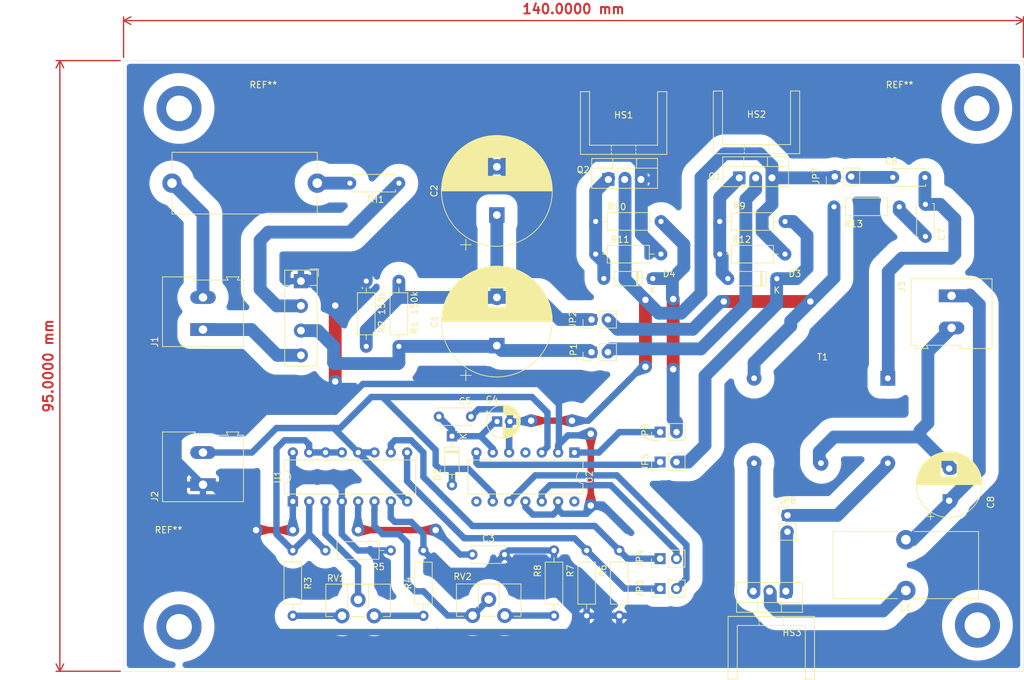
<source format=kicad_pcb>
(kicad_pcb (version 20240108) (generator "pcbnew") (generator_version "8.0")
  (layers (0 "F.Cu" signal) (31 "B.Cu" signal) (34 "B.Paste" user) (35 "F.Paste" user) (36 "B.SilkS" user "B.Silkscreen") (37 "F.SilkS" user "F.Silkscreen") (38 "B.Mask" user) (39 "F.Mask" user) (44 "Edge.Cuts" user))
  (net 0 "")
  (net 1 "Net-(D1-+)")
  (net 2 "Net-(U1-CT)")
  (net 3 "Net-(D2-K)")
  (net 4 "Net-(T1-AA)")
  (net 5 "Net-(JP7-B)")
  (net 6 "Net-(C7-Pad2)")
  (net 7 "Net-(J3-Pin_1)")
  (net 8 "2")
  (net 9 "GND_AC")
  (net 10 "Net-(D1-Pad2)")
  (net 11 "+12V")
  (net 12 "Net-(D3-A)")
  (net 13 "Net-(D4-A)")
  (net 14 "Net-(D5-A2)")
  (net 15 "Net-(D5-A1)")
  (net 16 "Net-(D5-K)")
  (net 17 "Net-(F1-Pad1)")
  (net 18 "VAC")
  (net 19 "Net-(JP1-B)")
  (net 20 "Net-(JP3-A)")
  (net 21 "Net-(JP4-A)")
  (net 22 "Net-(JP5-A)")
  (net 23 "Net-(JP6-A)")
  (net 24 "Net-(JP8-A)")
  (net 25 "Net-(R3-Pad2)")
  (net 26 "Net-(R4-Pad1)")
  (net 27 "Net-(R8-Pad1)")
  (net 28 "Net-(U1-FB)")
  (net 29 "Net-(U1-RT)")
  (net 33 "GND")
  (net 34 "Vs")
  (net 35 "HO")
  (net 36 "LO")
  (net 37 "PWM1")
  (net 38 "PWM2")
  (net 39 "Vref")
  (net 40 "Net-(JP2-A)")
  (net 41 "/Punto_medio")
  (footprint "Heatsink:Heatsink_Stonecold_HS-S02_13.21x9.53mm" (layer "F.Cu") (at 151.203 55.367 180)
    (property "Reference" "HS1")
    (property "Value" "Heatsink")
  )
  (footprint "Resistor_THT:R_Axial_DIN0207_L6.3mm_D2.5mm_P10.16mm_Horizontal" (layer "F.Cu") (at 157.01 65.918 180)
    (property "Reference" "R10")
    (property "Value" "100")
  )
  (footprint "Resistor_THT:R_Axial_DIN0207_L6.3mm_D2.5mm_P10.16mm_Horizontal" (layer "F.Cu") (at 176.314 71.006 180)
    (property "Reference" "R12")
    (property "Value" "1k")
  )
  (footprint "Capacitor_THT:C_Disc_D5.0mm_W2.5mm_P5.00mm" (layer "F.Cu") (at 198.158 63.259 -90)
    (property "Reference" "C7")
    (property "Value" "2.2nF")
  )
  (footprint "Package_TO_SOT_THT:TO-220-3_Vertical" (layer "F.Cu") (at 169.202 59.132)
    (property "Reference" "Q1")
    (property "Value" "IRF840")
  )
  (footprint "Resistor_THT:R_Axial_DIN0207_L6.3mm_D2.5mm_P10.16mm_Horizontal" (layer "F.Cu") (at 146.85 70.998)
    (property "Reference" "R11")
    (property "Value" "1k")
  )
  (footprint "Fiducial:Fiducial_1.5mm_Mask3mm" (layer "F.Cu") (at 194.153 47.142)
    (property "Reference" "REF**")
    (property "Value" "Fiducial_1.5mm")
  )
  (footprint "Inductor_THT:L_Toroid_Vertical_L22.4mm_W10.2mm_P7.90mm_Vishay_TJ4" (layer "F.Cu") (at 195.11 123.33 180)
    (property "Reference" "L1")
    (property "Value" "53uH")
  )
  (footprint "Package_TO_SOT_THT:TO-220-3_Vertical" (layer "F.Cu") (at 148.823 59.392)
    (property "Reference" "Q2")
    (property "Value" "IRF840")
  )
  (footprint "Package_DIP:DIP-16_W7.62mm" (layer "F.Cu") (at 99.748 109.477 90)
    (property "Reference" "U1")
    (property "Value" "TL494")
  )
  (footprint "TerminalBlock:TerminalBlock_Altech_AK300-2_P5.00mm" (layer "F.Cu") (at 85.763 106.867 90)
    (property "Reference" "J2")
    (property "Value" "Terminal_12v")
  )
  (footprint "Fiducial:Fiducial_1.5mm_Mask3mm" (layer "F.Cu") (at 95.153 47.142)
    (property "Reference" "REF**")
    (property "Value" "Fiducial_1.5mm")
  )
  (footprint "Diode_THT:D_DO-35_SOD27_P7.62mm_Horizontal" (layer "F.Cu") (at 124.498 99.327 -90)
    (property "Reference" "D2")
    (property "Value" "BA243")
  )
  (footprint "Capacitor_THT:C_Disc_D5.0mm_W2.5mm_P5.00mm" (layer "F.Cu") (at 127.673 117.742)
    (property "Reference" "C3")
    (property "Value" "3.9nF")
  )
  (footprint "Fuse:Fuseholder_Cylinder-5x20mm_Stelvio-Kontek_PTF78_Horizontal_Open" (layer "F.Cu") (at 103.543 59.957 180)
    (property "Reference" "F1" (hide yes))
    (property "Value" "Fuse")
  )
  (footprint "Heatsink:Heatsink_Stonecold_HS-S02_13.21x9.53mm" (layer "F.Cu") (at 171.878 55.267 180)
    (property "Reference" "HS2")
    (property "Value" "Heatsink")
  )
  (footprint "TerminalBlock:TerminalBlock_Altech_AK300-2_P5.00mm" (layer "F.Cu") (at 85.763 82.737 90)
    (property "Reference" "J1")
    (property "Value" "Terminal_220v")
  )
  (footprint "Capacitor_THT:CP_Radial_D17.0mm_P7.50mm" (layer "F.Cu") (at 131.483 64.917 90)
    (property "Reference" "C2")
    (property "Value" "470uF")
  )
  (footprint "Connector_PinHeader_2.54mm:PinHeader_1x02_P2.54mm_Vertical" (layer "F.Cu") (at 156.883 98.692 90)
    (property "Reference" "JP6")
    (property "Value" "Jumper")
  )
  (footprint "Connector_PinHeader_2.54mm:PinHeader_1x02_P2.54mm_Vertical" (layer "F.Cu") (at 156.883 118.377 90)
    (property "Reference" "JP4")
    (property "Value" "Jumper")
  )
  (footprint "Connector_PinHeader_2.54mm:PinHeader_1x02_P2.54mm_Vertical" (layer "F.Cu") (at 146.215 86.254 90)
    (property "Reference" "JP1")
    (property "Value" "Jumper")
  )
  (footprint "Capacitor_THT:CP_Radial_D10.0mm_P5.00mm" (layer "F.Cu") (at 201.841 109.36 90)
    (property "Reference" "C8")
    (property "Value" "100uF")
  )
  (footprint "Connector_PinHeader_2.54mm:PinHeader_1x02_P2.54mm_Vertical" (layer "F.Cu") (at 146.215 81.174 90)
    (property "Reference" "JP2")
    (property "Value" "Jumper")
  )
  (footprint "TransformerLib:Ferrite_Core_Trans" (layer "F.Cu") (at 181.702 96.714 180)
    (property "Reference" "T1")
    (property "Value" "Transformer_1P_SS")
  )
  (footprint "TerminalBlock:TerminalBlock_Altech_AK300-2_P5.00mm" (layer "F.Cu") (at 202.222 77.483 -90)
    (property "Reference" "J3")
    (property "Value" "Vout")
  )
  (footprint "Fiducial:Fiducial_1.5mm_Mask3mm" (layer "F.Cu") (at 80.403 116.392)
    (property "Reference" "REF**")
    (property "Value" "Fiducial_1.5mm")
  )
  (footprint "Package_TO_SOT_THT:TO-220-3_Vertical" (layer "F.Cu") (at 176.443 123.447 180)
    (property "Reference" "D5" (hide yes))
    (property "Value" "C4D40120D")
  )
  (footprint "Resistor_THT:R_Axial_DIN0207_L6.3mm_D2.5mm_P10.16mm_Horizontal" (layer "F.Cu") (at 99.733 117.107 -90)
    (property "Reference" "R3")
    (property "Value" "2.2k")
  )
  (footprint "Resistor_THT:R_Axial_DIN0207_L6.3mm_D2.5mm_P10.16mm_Horizontal" (layer "F.Cu") (at 104.813 117.107)
    (property "Reference" "R5")
    (property "Value" "10k")
  )
  (footprint "Capacitor_THT:C_Disc_D5.0mm_W2.5mm_P5.00mm" (layer "F.Cu") (at 198.078 59.068 180)
    (property "Reference" "C6")
    (property "Value" "330nF")
  )
  (footprint "Resistor_THT:R_Axial_DIN0207_L6.3mm_D2.5mm_P10.16mm_Horizontal" (layer "F.Cu") (at 111.163 85.357 90)
    (property "Reference" "R2" (hide yes))
    (property "Value" "150K" (hide yes))
  )
  (footprint "Capacitor_THT:C_Disc_D5.0mm_W2.5mm_P5.00mm" (layer "F.Cu") (at 122.466 96.279)
    (property "Reference" "C5")
    (property "Value" "100nF")
  )
  (footprint "Potentiometer_THT:Potentiometer_ACP_CA9-H2,5_Horizontal" (layer "F.Cu") (at 107.393 127.267 90)
    (property "Reference" "RV1")
    (property "Value" "5k")
  )
  (footprint "Potentiometer_THT:Potentiometer_ACP_CA9-H2,5_Horizontal" (layer "F.Cu") (at 127.713 127.227 90)
    (property "Reference" "RV2")
    (property "Value" "1k")
  )
  (footprint "Connector_PinHeader_2.54mm:PinHeader_1x02_P2.54mm_Vertical" (layer "F.Cu") (at 176.695 111.646)
    (property "Reference" "JP8")
    (property "Value" "Jumper")
  )
  (footprint "Resistor_THT:R_Axial_DIN0207_L6.3mm_D2.5mm_P10.16mm_Horizontal" (layer "F.Cu") (at 120.053 127.267 90)
    (property "Reference" "R4")
    (property "Value" "1.8k")
  )
  (footprint "Diode_THT:D_DO-35_SOD27_P7.62mm_Horizontal" (layer "F.Cu") (at 175.044 74.816 180)
    (property "Reference" "D3")
    (property "Value" "1N4148")
  )
  (footprint "Resistor_THT:R_Axial_DIN0207_L6.3mm_D2.5mm_P10.16mm_Horizontal" (layer "F.Cu") (at 194.094 63.64 180)
    (property "Reference" "R13")
    (property "Value" "150")
  )
  (footprint "Connector_PinHeader_2.54mm:PinHeader_1x02_P2.54mm_Vertical" (layer "F.Cu") (at 156.883 123.027 90)
    (property "Reference" "JP3")
    (property "Value" "Jumper")
  )
  (footprint "Resistor_THT:R_Axial_DIN0207_L6.3mm_D2.5mm_P10.16mm_Horizontal" (layer "F.Cu") (at 140.373 127.267 90)
    (property "Reference" "R8")
    (property "Value" "1.5k")
  )
  (footprint "Resistor_THT:R_Axial_DIN0207_L6.3mm_D2.5mm_P10.16mm_Horizontal" (layer "F.Cu") (at 145.453 117.107 -90)
    (property "Reference" "R7")
    (property "Value" "1k")
  )
  (footprint "Package_DIP:DIP-14_W7.62mm" (layer "F.Cu") (at 143.548 101.867 -90)
    (property "Reference" "U2")
    (property "Value" "IR2110")
  )
  (footprint "Connector_PinHeader_2.54mm:PinHeader_1x02_P2.54mm_Vertical" (layer "F.Cu") (at 184.061 58.941 90)
    (property "Reference" "JP7")
    (property "Value" "Jumper")
  )
  (footprint "Heatsink:Heatsink_Stonecold_HS-S02_13.21x9.53mm" (layer "F.Cu") (at 174.178 127.467)
    (property "Reference" "HS3")
    (property "Value" "Heatsink")
  )
  (footprint "Resistor_THT:R_Axial_DIN0207_L6.3mm_D2.5mm_P10.16mm_Horizontal" (layer "F.Cu") (at 116.243 85.357 90)
    (property "Reference" "R1" (hide yes))
    (property "Value" "150K" (hide yes))
  )
  (footprint "Resistor_THT:R_Axial_DIN0207_L6.3mm_D2.5mm_P7.62mm_Horizontal" (layer "F.Cu") (at 116.243 59.957 180)
    (property "Reference" "TH1")
    (property "Value" "Thermistor_NTC")
  )
  (footprint "Resistor_THT:R_Axial_DIN0207_L6.3mm_D2.5mm_P10.16mm_Horizontal" (layer "F.Cu") (at 176.314 65.926 180)
    (property "Reference" "R9")
    (property "Value" "100")
  )
  (footprint "Diode_THT:D_DO-35_SOD27_P7.62mm_Horizontal" (layer "F.Cu") (at 155.74 74.808 180)
    (property "Reference" "D4")
    (property "Value" "1N4148")
  )
  (footprint "Resistor_THT:R_Axial_DIN0207_L6.3mm_D2.5mm_P10.16mm_Horizontal" (layer "F.Cu") (at 150.533 117.107 -90)
    (property "Reference" "R6")
    (property "Value" "1k")
  )
  (footprint "Capacitor_THT:CP_Radial_D17.0mm_P7.50mm" (layer "F.Cu") (at 131.483 85.237 90)
    (property "Reference" "C1")
    (property "Value" "470uF")
  )
  (footprint "Connector_PinHeader_2.54mm:PinHeader_1x02_P2.54mm_Vertical" (layer "F.Cu") (at 156.883 103.342 90)
    (property "Reference" "JP5")
    (property "Value" "Jumper")
  )
  (footprint "Diode_THT:Diode_Bridge_Vishay_KBPM" (layer "F.Cu") (at 101.003 75.197 -90)
    (property "Reference" "D1" (hide yes))
    (property "Value" "B80C2300-1500B" (hide yes))
  )
  (footprint "Capacitor_THT:CP_Radial_D5.0mm_P2.00mm" (layer "F.Cu") (at 131.515 97.041)
    (property "Reference" "C4")
    (property "Value" "22uF")
  )
  (gr_rect (start 73.403 40.892) (end 213.403 135.892) (stroke (width 0.05)) (fill none) (layer "Edge.Cuts"))
  (gr_text "R2\n" (at 113.576 82.309 90) (layer "F.SilkS") (effects (font (size 1 1))))
  (gr_text "150k\n" (at 118.656 78.626 90) (layer "F.SilkS") (effects (font (size 1 1))))
  (gr_text "150k\n" (at 113.576 78.626 90) (layer "F.SilkS") (effects (font (size 1 1))))
  (gr_text "R1\n" (at 118.656 82.436 90) (layer "F.SilkS") (effects (font (size 1 1))))
  (dimension (type aligned) (layer "F.Cu") (pts (xy 73.403 40.892) (xy 73.403 135.892)) (height 9.905999) (gr_text "95,0000 mm" (at 61.697001 88.392 90) (layer "F.Cu") (effects (font (size 1.5 1.5) (thickness 0.3)))) (format (prefix "") (suffix "") (units 3) (units_format 1) (precision 4)) (style (thickness 0.2) (arrow_length 1.27) (text_position_mode 0) (extension_height 0.58642) (extension_offset 0.5) keep_text_aligned))
  (dimension (type aligned) (layer "F.Cu") (pts (xy 73.403 40.892) (xy 213.403 40.892)) (height -6.223) (gr_text "140,0000 mm" (at 143.403 32.869 0) (layer "F.Cu") (effects (font (size 1.5 1.5) (thickness 0.3)))) (format (prefix "") (suffix "") (units 3) (units_format 1) (precision 4)) (style (thickness 0.2) (arrow_length 1.27) (text_position_mode 0) (extension_height 0.58642) (extension_offset 0.5) keep_text_aligned))
  (via (at 82.039 48.337) (size 7) (drill 4) (layers "F.Cu" "B.Cu") (net 0))
  (via (at 206.149 48.337) (size 7) (drill 4) (layers "F.Cu" "B.Cu") (net 0))
  (via (at 82.039 128.982) (size 7) (drill 4) (layers "F.Cu" "B.Cu") (net 0))
  (via (at 206.245 128.728) (size 7) (drill 4) (layers "F.Cu" "B.Cu") (net 0))
  (segment (start 145.953 85.992) (end 146.215 86.254) (width 2) (layer "B.Cu") (net 1))
  (segment (start 106.083 85.357) (end 106.083 87.897) (width 2) (layer "B.Cu") (net 1))
  (segment (start 106.21 88.024) (end 116.116 88.024) (width 2) (layer "B.Cu") (net 1))
  (segment (start 106.083 87.897) (end 106.21 88.024) (width 2) (layer "B.Cu") (net 1))
  (segment (start 101.003 82.897) (end 103.623 82.897) (width 2) (layer "B.Cu") (net 1))
  (segment (start 116.116 88.024) (end 116.243 87.897) (width 2) (layer "B.Cu") (net 1))
  (segment (start 116.243 87.897) (end 116.243 85.357) (width 2) (layer "B.Cu") (net 1))
  (segment (start 116.243 85.357) (end 131.363 85.357) (width 2) (layer "B.Cu") (net 1))
  (segment (start 132.238 85.992) (end 145.953 85.992) (width 2) (layer "B.Cu") (net 1))
  (segment (start 131.363 85.357) (end 131.483 85.237) (width 2) (layer "B.Cu") (net 1))
  (segment (start 131.483 85.237) (end 132.238 85.992) (width 2) (layer "B.Cu") (net 1))
  (segment (start 103.623 82.897) (end 106.083 85.357) (width 2) (layer "B.Cu") (net 1))
  (segment (start 109.893 113.932) (end 121.958 113.932) (width 1) (layer "F.Cu") (net 2))
  (via (at 109.893 113.932) (size 2) (drill 1) (layers "F.Cu" "B.Cu") (net 2))
  (via (at 121.958 113.932) (size 2) (drill 1) (layers "F.Cu" "B.Cu") (net 2))
  (segment (start 109.893 110.757) (end 109.893 113.932) (width 1) (layer "B.Cu") (net 2))
  (segment (start 125.768 117.742) (end 127.673 117.742) (width 1) (layer "B.Cu") (net 2))
  (segment (start 109.908 110.742) (end 109.893 110.757) (width 1) (layer "B.Cu") (net 2))
  (segment (start 109.908 109.477) (end 109.908 110.742) (width 1) (layer "B.Cu") (net 2))
  (segment (start 121.958 113.932) (end 125.768 117.742) (width 1) (layer "B.Cu") (net 2))
  (segment (start 124.498 99.327) (end 124.498 98.311) (width 1) (layer "B.Cu") (net 3))
  (segment (start 131.229 97.041) (end 128.943 99.327) (width 1) (layer "B.Cu") (net 3))
  (segment (start 124.498 98.311) (end 122.466 96.279) (width 1) (layer "B.Cu") (net 3))
  (segment (start 131.515 97.041) (end 131.229 97.041) (width 1) (layer "B.Cu") (net 3))
  (segment (start 128.943 99.327) (end 130.848 101.232) (width 1) (layer "B.Cu") (net 3))
  (segment (start 124.498 99.327) (end 128.943 99.327) (width 1) (layer "B.Cu") (net 3))
  (segment (start 130.848 101.232) (end 130.848 101.867) (width 1) (layer "B.Cu") (net 3))
  (segment (start 194.475 71.641) (end 192.375 73.741) (width 2) (layer "B.Cu") (net 4))
  (segment (start 202.73 65.545) (end 202.73 71.006) (width 2) (layer "B.Cu") (net 4))
  (segment (start 198.158 63.259) (end 200.444 63.259) (width 2) (layer "B.Cu") (net 4))
  (segment (start 202.095 71.641) (end 194.475 71.641) (width 2) (layer "B.Cu") (net 4))
  (segment (start 198.078 63.179) (end 198.158 63.259) (width 2) (layer "B.Cu") (net 4))
  (segment (start 198.078 59.068) (end 198.078 63.179) (width 2) (layer "B.Cu") (net 4))
  (segment (start 202.73 71.006) (end 202.095 71.641) (width 2) (layer "B.Cu") (net 4))
  (segment (start 192.375 73.741) (end 192.375 90.514) (width 2) (layer "B.Cu") (net 4))
  (segment (start 200.444 63.259) (end 202.73 65.545) (width 2) (layer "B.Cu") (net 4))
  (segment (start 186.728 59.068) (end 186.601 58.941) (width 1) (layer "B.Cu") (net 5))
  (segment (start 193.078 59.068) (end 186.728 59.068) (width 2) (layer "B.Cu") (net 5))
  (segment (start 194.094 64.195) (end 198.158 68.259) (width 2) (layer "B.Cu") (net 6))
  (segment (start 194.094 63.64) (end 194.094 64.195) (width 2) (layer "B.Cu") (net 6))
  (segment (start 196.152 115.43) (end 202.222 109.36) (width 2) (layer "B.Cu") (net 7))
  (segment (start 204.889 77.483) (end 202.222 77.483) (width 2) (layer "B.Cu") (net 7))
  (segment (start 206.54 78.88) (end 205.016 77.356) (width 2) (layer "B.Cu") (net 7))
  (segment (start 205.016 77.356) (end 204.889 77.483) (width 2) (layer "B.Cu") (net 7))
  (segment (start 195.11 115.43) (end 196.152 115.43) (width 2) (layer "B.Cu") (net 7))
  (segment (start 201.841 109.36) (end 206.54 104.661) (width 2) (layer "B.Cu") (net 7))
  (segment (start 206.54 104.661) (end 206.54 78.88) (width 2) (layer "B.Cu") (net 7))
  (segment (start 181.648 103.387) (end 181.975 103.714) (width 2) (layer "B.Cu") (net 8))
  (segment (start 181.648 101.74) (end 181.648 103.387) (width 2) (layer "B.Cu") (net 8))
  (segment (start 197.316 98.485) (end 198.539 97.262) (width 2) (layer "B.Cu") (net 8))
  (segment (start 183.934 99.454) (end 181.648 101.74) (width 2) (layer "B.Cu") (net 8))
  (segment (start 198.539 97.262) (end 198.539 86.166) (width 2) (layer "B.Cu") (net 8))
  (segment (start 197.316 99.454) (end 197.316 98.485) (width 2) (layer "B.Cu") (net 8))
  (segment (start 202.222 104.36) (end 197.316 99.454) (width 2) (layer "B.Cu") (net 8))
  (segment (start 198.539 86.166) (end 202.222 82.483) (width 2) (layer "B.Cu") (net 8))
  (segment (start 197.316 99.454) (end 183.934 99.454) (width 2) (layer "B.Cu") (net 8))
  (segment (start 101.003 86.747) (end 97.313 86.747) (width 2) (layer "B.Cu") (net 9))
  (segment (start 93.303 82.737) (end 85.763 82.737) (width 2) (layer "B.Cu") (net 9))
  (segment (start 97.313 86.747) (end 93.303 82.737) (width 2) (layer "B.Cu") (net 9))
  (segment (start 95.923 67.577) (end 94.653 68.847) (width 2) (layer "B.Cu") (net 10))
  (segment (start 108.623 67.577) (end 95.923 67.577) (width 2) (layer "B.Cu") (net 10))
  (segment (start 94.653 68.847) (end 94.653 76.467) (width 2) (layer "B.Cu") (net 10))
  (segment (start 116.243 59.957) (end 108.623 67.577) (width 2) (layer "B.Cu") (net 10))
  (segment (start 97.233 79.047) (end 101.003 79.047) (width 2) (layer "B.Cu") (net 10))
  (segment (start 94.653 76.467) (end 97.233 79.047) (width 2) (layer "B.Cu") (net 10))
  (segment (start 122.593 104.407) (end 121.958 103.772) (width 1) (layer "B.Cu") (net 11))
  (segment (start 139.357 95.644) (end 136.944 93.231) (width 1) (layer "B.Cu") (net 11))
  (segment (start 117.513 109.487) (end 106.083 98.057) (width 1) (layer "B.Cu") (net 11))
  (segment (start 127.038 104.407) (end 130.848 108.217) (width 1) (layer "B.Cu") (net 11))
  (segment (start 97.193 98.057) (end 93.383 101.867) (width 1) (layer "B.Cu") (net 11))
  (segment (start 130.848 108.217) (end 130.848 109.487) (width 1) (layer "B.Cu") (net 11))
  (segment (start 107.099 98.057) (end 105.448 98.057) (width 1) (layer "B.Cu") (net 11))
  (segment (start 124.498 104.407) (end 122.593 104.407) (width 1) (layer "B.Cu") (net 11))
  (segment (start 105.448 98.057) (end 97.193 98.057) (width 1) (layer "B.Cu") (net 11))
  (segment (start 139.357 100.978) (end 139.357 95.644) (width 1) (layer "B.Cu") (net 11))
  (segment (start 121.958 101.486) (end 113.703 93.231) (width 1) (layer "B.Cu") (net 11))
  (segment (start 93.383 101.867) (end 85.763 101.867) (width 1) (layer "B.Cu") (net 11))
  (segment (start 111.925 93.231) (end 107.099 98.057) (width 1) (layer "B.Cu") (net 11))
  (segment (start 112.448 101.857) (end 109.908 101.857) (width 1) (layer "B.Cu") (net 11))
  (segment (start 124.498 104.407) (end 127.038 104.407) (width 1) (layer "B.Cu") (net 11))
  (segment (start 136.944 93.231) (end 111.925 93.231) (width 1) (layer "B.Cu") (net 11))
  (segment (start 121.958 103.772) (end 121.958 101.486) (width 1) (layer "B.Cu") (net 11))
  (segment (start 106.083 98.057) (end 105.448 98.057) (width 1) (layer "B.Cu") (net 11))
  (segment (start 124.498 106.947) (end 124.498 104.407) (width 1) (layer "B.Cu") (net 11))
  (segment (start 138.468 101.867) (end 139.357 100.978) (width 1) (layer "B.Cu") (net 11))
  (segment (start 166.154 65.926) (end 166.154 71.006) (width 2) (layer "B.Cu") (net 12))
  (segment (start 166.154 62.18) (end 169.202 59.132) (width 2) (layer "B.Cu") (net 12))
  (segment (start 166.535 73.927) (end 166.535 71.387) (width 2) (layer "B.Cu") (net 12))
  (segment (start 167.424 74.816) (end 166.535 73.927) (width 2) (layer "B.Cu") (net 12))
  (segment (start 166.535 71.387) (end 166.154 71.006) (width 2) (layer "B.Cu") (net 12))
  (segment (start 166.154 66.823) (end 166.154 62.18) (width 2) (layer "B.Cu") (net 12))
  (segment (start 146.85 61.227) (end 148.882 59.195) (width 2) (layer "B.Cu") (net 13))
  (segment (start 148.12 74.808) (end 148.12 72.268) (width 2) (layer "B.Cu") (net 13))
  (segment (start 148.12 72.268) (end 146.85 70.998) (width 2) (layer "B.Cu") (net 13))
  (segment (start 146.85 66.815) (end 146.85 61.227) (width 2) (layer "B.Cu") (net 13))
  (segment (start 146.85 65.918) (end 146.85 70.998) (width 2) (layer "B.Cu") (net 13))
  (segment (start 171.488 103.801) (end 171.575 103.714) (width 2) (layer "B.Cu") (net 14))
  (segment (start 171.488 123.655) (end 171.488 103.801) (width 2) (layer "B.Cu") (net 14))
  (segment (start 176.568 123.655) (end 176.568 114.313) (width 2) (layer "B.Cu") (net 15))
  (segment (start 176.568 114.313) (end 176.695 114.186) (width 2) (layer "B.Cu") (net 15))
  (segment (start 175.0655 126.505) (end 191.554 126.505) (width 2) (layer "B.Cu") (net 16))
  (segment (start 174.028 123.655) (end 174.028 125.4675) (width 2) (layer "B.Cu") (net 16))
  (segment (start 174.028 125.4675) (end 175.0655 126.505) (width 2) (layer "B.Cu") (net 16))
  (segment (start 194.729 123.33) (end 195.11 123.33) (width 2) (layer "B.Cu") (net 16))
  (segment (start 191.554 126.505) (end 194.729 123.33) (width 2) (layer "B.Cu") (net 16))
  (segment (start 103.543 59.957) (end 108.623 59.957) (width 2) (layer "B.Cu") (net 17))
  (segment (start 85.763 77.737) (end 85.763 64.777) (width 2) (layer "B.Cu") (net 18))
  (segment (start 85.763 64.777) (end 80.943 59.957) (width 2) (layer "B.Cu") (net 18))
  (segment (start 171.742 60.9445) (end 171.742 59.132) (width 2) (layer "B.Cu") (net 19))
  (segment (start 148.755 86.254) (end 149.271 85.738) (width 2) (layer "B.Cu") (net 19))
  (segment (start 163.233 85.738) (end 170.218 78.753) (width 2) (layer "B.Cu") (net 19))
  (segment (start 170.218 62.4685) (end 171.742 60.9445) (width 2) (layer "B.Cu") (net 19))
  (segment (start 149.271 85.738) (end 163.233 85.738) (width 2) (layer "B.Cu") (net 19))
  (segment (start 170.218 78.753) (end 170.218 62.4685) (width 2) (layer "B.Cu") (net 19))
  (segment (start 117.513 101.872) (end 117.528 101.857) (width 1) (layer "B.Cu") (net 20))
  (segment (start 156.883 123.027) (end 151.373 123.027) (width 1) (layer "B.Cu") (net 20))
  (segment (start 145.453 117.107) (end 143.548 115.202) (width 1) (layer "B.Cu") (net 20))
  (segment (start 117.513 106.312) (end 117.513 101.872) (width 1) (layer "B.Cu") (net 20))
  (segment (start 143.548 115.202) (end 126.403 115.202) (width 1) (layer "B.Cu") (net 20))
  (segment (start 151.373 123.027) (end 145.453 117.107) (width 1) (layer "B.Cu") (net 20))
  (segment (start 126.403 115.202) (end 117.513 106.312) (width 1) (layer "B.Cu") (net 20))
  (segment (start 118.148 99.962) (end 115.608 99.962) (width 1) (layer "B.Cu") (net 21))
  (segment (start 120.053 101.867) (end 118.148 99.962) (width 1) (layer "B.Cu") (net 21))
  (segment (start 151.803 118.377) (end 150.533 117.107) (width 1) (layer "B.Cu") (net 21))
  (segment (start 115.608 99.962) (end 114.988 100.582) (width 1) (layer "B.Cu") (net 21))
  (segment (start 127.673 113.297) (end 120.053 105.677) (width 1) (layer "B.Cu") (net 21))
  (segment (start 120.053 105.677) (end 120.053 101.867) (width 1) (layer "B.Cu") (net 21))
  (segment (start 146.723 113.297) (end 127.673 113.297) (width 1) (layer "B.Cu") (net 21))
  (segment (start 150.533 117.107) (end 146.723 113.297) (width 1) (layer "B.Cu") (net 21))
  (segment (start 156.883 118.377) (end 151.803 118.377) (width 1) (layer "B.Cu") (net 21))
  (segment (start 114.988 100.582) (end 114.988 101.857) (width 1) (layer "B.Cu") (net 21))
  (segment (start 128.308 103.518) (end 128.562 103.772) (width 1) (layer "B.Cu") (net 22))
  (segment (start 128.562 103.772) (end 156.453 103.772) (width 1) (layer "B.Cu") (net 22))
  (segment (start 128.308 101.867) (end 128.308 103.518) (width 1) (layer "B.Cu") (net 22))
  (segment (start 156.453 103.772) (end 156.883 103.342) (width 1) (layer "B.Cu") (net 22))
  (segment (start 143.548 101.867) (end 147.358 101.867) (width 1) (layer "B.Cu") (net 23))
  (segment (start 156.883 98.692) (end 150.533 98.692) (width 1) (layer "B.Cu") (net 23))
  (segment (start 147.358 101.867) (end 150.533 98.692) (width 1) (layer "B.Cu") (net 23))
  (segment (start 176.695 111.646) (end 184.443 111.646) (width 2) (layer "B.Cu") (net 24))
  (segment (start 184.443 111.646) (end 192.375 103.714) (width 2) (layer "B.Cu") (net 24))
  (segment (start 99.733 127.267) (end 107.393 127.267) (width 1) (layer "B.Cu") (net 25))
  (segment (start 112.393 127.267) (end 120.053 127.267) (width 1) (layer "B.Cu") (net 26))
  (segment (start 132.713 127.227) (end 140.333 127.227) (width 1) (layer "B.Cu") (net 27))
  (segment (start 140.333 127.227) (end 140.373 127.267) (width 1) (layer "B.Cu") (net 27))
  (segment (start 104.828 110.742) (end 104.813 110.757) (width 1) (layer "B.Cu") (net 28))
  (segment (start 109.893 119.647) (end 109.893 124.767) (width 1) (layer "B.Cu") (net 28))
  (segment (start 104.828 109.477) (end 104.828 110.742) (width 1) (layer "B.Cu") (net 28))
  (segment (start 104.813 110.757) (end 104.813 114.567) (width 1) (layer "B.Cu") (net 28))
  (segment (start 104.813 114.567) (end 109.893 119.647) (width 1) (layer "B.Cu") (net 28))
  (segment (start 130.213 124.727) (end 127.713 127.227) (width 1) (layer "B.Cu") (net 29))
  (segment (start 112.433 113.297) (end 113.703 114.567) (width 1) (layer "B.Cu") (net 29))
  (segment (start 117.513 115.837) (end 117.513 122.187) (width 1) (layer "B.Cu") (net 29))
  (segment (start 123.823 127.227) (end 127.713 127.227) (width 1) (layer "B.Cu") (net 29))
  (segment (start 112.448 109.477) (end 112.448 110.742) (width 1) (layer "B.Cu") (net 29))
  (segment (start 120.053 123.457) (end 123.823 127.227) (width 1) (layer "B.Cu") (net 29))
  (segment (start 112.433 110.757) (end 112.433 113.297) (width 1) (layer "B.Cu") (net 29))
  (segment (start 118.783 123.457) (end 120.053 123.457) (width 1) (layer "B.Cu") (net 29))
  (segment (start 116.243 114.567) (end 117.513 115.837) (width 1) (layer "B.Cu") (net 29))
  (segment (start 117.513 122.187) (end 118.783 123.457) (width 1) (layer "B.Cu") (net 29))
  (segment (start 113.703 114.567) (end 116.243 114.567) (width 1) (layer "B.Cu") (net 29))
  (segment (start 112.448 110.742) (end 112.433 110.757) (width 1) (layer "B.Cu") (net 29))
  (segment (start 146.088 110.122) (end 146.088 98.946) (width 1) (layer "F.Cu") (net 33))
  (segment (start 99.733 113.932) (end 94.018 113.932) (width 1) (layer "F.Cu") (net 33))
  (segment (start 106.337 79.007) (end 106.337 90.818) (width 2) (layer "F.Cu") (net 33))
  (via (at 106.337 79.007) (size 2) (drill 1) (layers "F.Cu" "B.Cu") (net 33))
  (via (at 146.088 110.122) (size 2) (drill 1) (layers "F.Cu" "B.Cu") (net 33))
  (via (at 146.088 98.946) (size 2) (drill 1) (layers "F.Cu" "B.Cu") (net 33))
  (via (at 94.018 113.932) (size 2) (drill 1) (layers "F.Cu" "B.Cu") (net 33))
  (via (at 106.337 90.818) (size 2) (drill 1) (layers "F.Cu" "B.Cu") (net 33))
  (via (at 99.733 113.932) (size 2) (drill 1) (layers "F.Cu" "B.Cu") (net 33))
  (segment (start 145.834 99.2) (end 142.54363 99.2) (width 1) (layer "B.Cu") (net 33))
  (segment (start 141.008 100.73563) (end 141.008 101.867) (width 1) (layer "B.Cu") (net 33))
  (segment (start 114.973 109.487) (end 114.973 110.122) (width 1) (layer "B.Cu") (net 33))
  (segment (start 142.913 129.807) (end 145.453 127.267) (width 1) (layer "B.Cu") (net 33))
  (segment (start 81.953 98.057) (end 83.5405 96.4695) (width 1) (layer "B.Cu") (net 33))
  (segment (start 141.008 110.757) (end 141.643 111.392) (width 1) (layer "B.Cu") (net 33))
  (segment (start 94.018 113.932) (end 86.953 106.867) (width 1) (layer "B.Cu") (net 33))
  (segment (start 94.018 127.267) (end 96.558 129.807) (width 1) (layer "B.Cu") (net 33))
  (segment (start 106.337 75.197) (end 106.337 79.007) (width 2) (layer "B.Cu") (net 33))
  (segment (start 107.368 109.477) (end 107.368 110.107) (width 1) (layer "B.Cu") (net 33))
  (segment (start 99.733 103.137) (end 99.733 106.312) (width 1) (layer "B.Cu") (net 33))
  (segment (start 141.643 111.392) (end 145.453 111.392) (width 1) (layer "B.Cu") (net 33))
  (segment (start 106.337 75.197) (end 111.163 75.197) (width 2) (layer "B.Cu") (net 33))
  (segment (start 107.353 110.757) (end 107.353 107.582) (width 1) (layer "B.Cu") (net 33))
  (segment (start 114.973 117.107) (end 109.893 117.107) (width 1) (layer "B.Cu") (net 33))
  (segment (start 126.403 57.417) (end 131.483 57.417) (width 2) (layer "B.Cu") (net 33))
  (segment (start 111.163 75.197) (end 111.163 72.657) (width 2) (layer "B.Cu") (net 33))
  (segment (start 141.135 94.374) (end 141.135 101.74) (width 1) (layer "B.Cu") (net 33))
  (segment (start 107.368 110.107) (end 107.353 110.122) (width 1) (layer "B.Cu") (net 33))
  (segment (start 138.468 55.639) (end 152.692 55.639) (width 2) (layer "B.Cu") (net 33))
  (segment (start 123.228 120.282) (end 130.133 120.282) (width 1) (layer "B.Cu") (net 33))
  (segment (start 99.733 110.757) (end 99.733 113.932) (width 1) (layer "B.Cu") (net 33))
  (segment (start 107.353 110.122) (end 107.353 109.487) (width 1) (layer "B.Cu") (net 33))
  (segment (start 106.337 95.517) (end 106.337 90.818) (width 1) (layer "B.Cu") (net 33))
  (segment (start 131.483 57.417) (end 136.69 57.417) (width 2) (layer "B.Cu") (net 33))
  (segment (start 83.5405 96.4695) (end 84.493 95.517) (width 1) (layer "B.Cu") (net 33))
  (segment (start 140.373 123.457) (end 144.183 127.267) (width 1) (layer "B.Cu") (net 33))
  (segment (start 152.692 55.639) (end 153.962 56.909) (width 2) (layer "B.Cu") (net 33))
  (segment (start 146.088 98.946) (end 145.834 99.2) (width 1) (layer "B.Cu") (net 33))
  (segment (start 141.008 109.487) (end 141.008 110.757) (width 1) (layer "B.Cu") (net 33))
  (segment (start 99.748 109.477) (end 99.748 110.742) (width 1) (layer "B.Cu") (net 33))
  (segment (start 84.493 95.517) (end 106.337 95.517) (width 1) (layer "B.Cu") (net 33))
  (segment (start 111.163 72.657) (end 126.403 57.417) (width 2) (layer "B.Cu") (net 33))
  (segment (start 106.337 95.517) (end 110.655 91.199) (width 1) (layer "B.Cu") (net 33))
  (segment (start 114.988 110.107) (end 114.973 110.122) (width 1) (layer "B.Cu") (net 33))
  (segment (start 146.088 110.757) (end 146.088 110.122) (width 1) (layer "B.Cu") (net 33))
  (segment (start 120.053 117.107) (end 123.228 120.282) (width 1) (layer "B.Cu") (net 33))
  (segment (start 140.373 117.107) (end 140.373 123.457) (width 1) (layer "B.Cu") (net 33))
  (segment (start 150.533 127.267) (end 145.453 127.267) (width 1) (layer "B.Cu") (net 33))
  (segment (start 118.148 112.662) (end 120.053 114.567) (width 1) (layer "B.Cu") (net 33))
  (segment (start 137.071 111.519) (end 135.928 110.376) (width 1) (layer "B.Cu") (net 33))
  (segment (start 106.083 106.312) (end 99.733 106.312) (width 1) (layer "B.Cu") (net 33))
  (segment (start 114.973 112.027) (end 115.608 112.662) (width 1) (layer "B.Cu") (net 33))
  (segment (start 99.748 103.122) (end 99.733 103.137) (width 1) (layer "B.Cu") (net 33))
  (segment (start 114.973 110.122) (end 114.973 112.027) (width 1) (layer "B.Cu") (net 33))
  (segment (start 115.608 112.662) (end 118.148 112.662) (width 1) (layer "B.Cu") (net 33))
  (segment (start 153.962 67.95) (end 153.962 59.195) (width 2) (layer "B.Cu") (net 33))
  (segment (start 107.353 107.582) (end 106.083 106.312) (width 1) (layer "B.Cu") (net 33))
  (segment (start 99.733 110.757) (end 99.733 106.312) (width 1) (layer "B.Cu") (net 33))
  (segment (start 157.01 70.998) (end 153.962 67.95) (width 2) (layer "B.Cu") (net 33))
  (segment (start 83.5405 96.4695) (end 83.858 96.152) (width 1) (layer "B.Cu") (net 33))
  (segment (start 86.953 106.867) (end 85.763 106.867) (width 1) (layer "B.Cu") (net 33))
  (segment (start 96.558 129.807) (end 142.913 129.807) (width 1) (layer "B.Cu") (net 33))
  (segment (start 141.008 110.757) (end 140.246 111.519) (width 1) (layer "B.Cu") (net 33))
  (segment (start 153.962 56.909) (end 153.962 59.195) (width 2) (layer "B.Cu") (net 33))
  (segment (start 94.018 113.932) (end 94.018 127.267) (width 1) (layer "B.Cu") (net 33))
  (segment (start 101.003 75.197) (end 106.337 75.197) (width 2) (layer "B.Cu") (net 33))
  (segment (start 99.748 101.857) (end 99.748 103.122) (width 1) (layer "B.Cu") (net 33))
  (segment (start 142.54363 99.2) (end 141.008 100.73563) (width 1) (layer "B.Cu") (net 33))
  (segment (start 136.69 57.417) (end 138.468 55.639) (width 2) (layer "B.Cu") (net 33))
  (segment (start 107.353 114.567) (end 107.353 110.757) (width 1) (layer "B.Cu") (net 33))
  (segment (start 141.135 101.74) (end 141.008 101.867) (width 1) (layer "B.Cu") (net 33))
  (segment (start 144.183 127.267) (end 145.453 127.267) (width 1) (layer "B.Cu") (net 33))
  (segment (start 114.988 109.477) (end 114.988 110.107) (width 1) (layer "B.Cu") (net 33))
  (segment (start 140.246 111.519) (end 137.071 111.519) (width 1) (layer "B.Cu") (net 33))
  (segment (start 133.308 117.107) (end 132.673 117.742) (width 1) (layer "B.Cu") (net 33))
  (segment (start 120.053 114.567) (end 120.053 117.107) (width 1) (layer "B.Cu") (net 33))
  (segment (start 145.453 111.392) (end 146.088 110.757) (width 1) (layer "B.Cu") (net 33))
  (segment (start 107.353 110.757) (end 107.353 110.122) (width 1) (layer "B.Cu") (net 33))
  (segment (start 130.133 120.282) (end 132.673 117.742) (width 1) (layer "B.Cu") (net 33))
  (segment (start 109.893 117.107) (end 107.353 114.567) (width 1) (layer "B.Cu") (net 33))
  (segment (start 85.763 106.867) (end 81.953 103.057) (width 1) (layer "B.Cu") (net 33))
  (segment (start 110.655 91.199) (end 137.96 91.199) (width 1) (layer "B.Cu") (net 33))
  (segment (start 135.928 110.376) (end 135.928 109.487) (width 1) (layer "B.Cu") (net 33))
  (segment (start 99.748 110.742) (end 99.733 110.757) (width 1) (layer "B.Cu") (net 33))
  (segment (start 140.373 117.107) (end 133.308 117.107) (width 1) (layer "B.Cu") (net 33))
  (segment (start 137.96 91.199) (end 141.135 94.374) (width 1) (layer "B.Cu") (net 33))
  (segment (start 81.953 103.057) (end 81.953 98.057) (width 1) (layer "B.Cu") (net 33))
  (segment (start 154.597 78.118) (end 154.597 88.532) (width 2) (layer "F.Cu") (net 34))
  (segment (start 136.817 96.914) (end 143.167 96.914) (width 1) (layer "F.Cu") (net 34))
  (via (at 154.597 88.532) (size 2) (drill 1) (layers "F.Cu" "B.Cu") (net 34))
  (via (at 154.597 78.118) (size 2) (drill 1) (layers "F.Cu" "B.Cu") (net 34))
  (via (at 136.817 96.914) (size 2) (drill 1) (layers "F.Cu" "B.Cu") (net 34))
  (via (at 143.167 96.914) (size 2) (drill 1) (layers "F.Cu" "B.Cu") (net 34))
  (segment (start 133.388 97.168) (end 133.515 97.041) (width 1) (layer "B.Cu") (net 34))
  (segment (start 163.233 77.102) (end 163.233 59.068) (width 2) (layer "B.Cu") (net 34))
  (segment (start 174.282 63.259) (end 172.758 64.783) (width 2) (layer "B.Cu") (net 34))
  (segment (start 156.67 80.191) (end 160.144 80.191) (width 2) (layer "B.Cu") (net 34))
  (segment (start 174.282 59.132) (end 174.282 63.259) (width 2) (layer "B.Cu") (net 34))
  (segment (start 151.422 74.943) (end 151.422 59.195) (width 2) (layer "B.Cu") (net 34))
  (segment (start 133.134 95.136) (end 133.515 95.517) (width 1) (layer "B.Cu") (net 34))
  (segment (start 133.515 97.041) (end 136.69 97.041) (width 1) (layer "B.Cu") (net 34))
  (segment (start 154.089 88.532) (end 145.707 96.914) (width 1) (layer "B.Cu") (net 34))
  (segment (start 133.515 95.517) (end 133.515 97.041) (width 1) (layer "B.Cu") (net 34))
  (segment (start 174.282 57.29) (end 174.282 59.132) (width 2) (layer "B.Cu") (net 34))
  (segment (start 172.758 64.783) (end 172.758 67.45) (width 2) (layer "B.Cu") (net 34))
  (segment (start 183.87 59.132) (end 184.061 58.941) (width 2) (layer "B.Cu") (net 34))
  (segment (start 133.388 101.867) (end 133.388 97.168) (width 1) (layer "B.Cu") (net 34))
  (segment (start 163.233 59.068) (end 166.916 55.385) (width 2) (layer "B.Cu") (net 34))
  (segment (start 183.934 59.068) (end 184.061 58.941) (width 2) (layer "B.Cu") (net 34))
  (segment (start 136.69 97.041) (end 136.817 96.914) (width 1) (layer "B.Cu") (net 34))
  (segment (start 172.758 67.45) (end 176.314 71.006) (width 2) (layer "B.Cu") (net 34))
  (segment (start 160.144 80.191) (end 163.233 77.102) (width 2) (layer "B.Cu") (net 34))
  (segment (start 172.377 55.385) (end 174.282 57.29) (width 2) (layer "B.Cu") (net 34))
  (segment (start 154.597 78.118) (end 156.67 80.191) (width 2) (layer "B.Cu") (net 34))
  (segment (start 154.597 88.532) (end 154.089 88.532) (width 1) (layer "B.Cu") (net 34))
  (segment (start 174.282 59.132) (end 183.87 59.132) (width 2) (layer "B.Cu") (net 34))
  (segment (start 133.388 101.867) (end 133.388 97.489944) (width 1) (layer "B.Cu") (net 34))
  (segment (start 127.466 96.279) (end 128.609 95.136) (width 1) (layer "B.Cu") (net 34))
  (segment (start 145.707 96.914) (end 143.167 96.914) (width 1) (layer "B.Cu") (net 34))
  (segment (start 166.916 55.385) (end 172.377 55.385) (width 2) (layer "B.Cu") (net 34))
  (segment (start 128.609 95.136) (end 133.134 95.136) (width 1) (layer "B.Cu") (net 34))
  (segment (start 154.597 78.118) (end 151.422 74.943) (width 2) (layer "B.Cu") (net 34))
  (segment (start 175.003 78.794) (end 175.003 74.857) (width 2) (layer "B.Cu") (net 35))
  (segment (start 178.092 74.816) (end 175.044 74.816) (width 2) (layer "B.Cu") (net 35))
  (segment (start 163.868 89.929) (end 175.003 78.794) (width 2) (layer "B.Cu") (net 35))
  (segment (start 179.743 73.165) (end 178.092 74.816) (width 2) (layer "B.Cu") (net 35))
  (segment (start 163.868 100.724) (end 163.868 89.929) (width 2) (layer "B.Cu") (net 35))
  (segment (start 177.584 65.926) (end 179.743 68.085) (width 2) (layer "B.Cu") (net 35))
  (segment (start 177.076 65.926) (end 176.314 65.926) (width 2) (layer "B.Cu") (net 35))
  (segment (start 161.25 103.342) (end 163.868 100.724) (width 2) (layer "B.Cu") (net 35))
  (segment (start 175.003 74.857) (end 175.044 74.816) (width 2) (layer "B.Cu") (net 35))
  (segment (start 159.423 103.342) (end 161.25 103.342) (width 2) (layer "B.Cu") (net 35))
  (segment (start 179.743 68.085) (end 179.743 73.165) (width 2) (layer "B.Cu") (net 35))
  (segment (start 175.044 75.07) (end 175.044 74.816) (width 1) (layer "B.Cu") (net 35))
  (segment (start 176.314 65.926) (end 177.584 65.926) (width 2) (layer "B.Cu") (net 35))
  (segment (start 158.915 77.991) (end 158.915 88.913) (width 2) (layer "F.Cu") (net 36))
  (via (at 158.915 88.913) (size 2) (drill 1) (layers "F.Cu" "B.Cu") (net 36))
  (via (at 158.915 77.991) (size 2) (drill 1) (layers "F.Cu" "B.Cu") (net 36))
  (segment (start 159.423 98.692) (end 159.423 97.15) (width 2) (layer "B.Cu") (net 36))
  (segment (start 159.423 97.15) (end 158.915 96.642) (width 2) (layer "B.Cu") (net 36))
  (segment (start 158.788 77.864) (end 158.788 74.808) (width 2) (layer "B.Cu") (net 36))
  (segment (start 158.788 74.808) (end 160.566 73.03) (width 2) (layer "B.Cu") (net 36))
  (segment (start 160.566 73.03) (end 160.566 69.474) (width 2) (layer "B.Cu") (net 36))
  (segment (start 155.74 74.808) (end 158.788 74.808) (width 2) (layer "B.Cu") (net 36))
  (segment (start 160.566 69.474) (end 157.01 65.918) (width 2) (layer "B.Cu") (net 36))
  (segment (start 158.915 96.642) (end 158.915 88.913) (width 2) (layer "B.Cu") (net 36))
  (segment (start 158.915 77.991) (end 158.788 77.864) (width 2) (layer "B.Cu") (net 36))
  (segment (start 159.423 123.027) (end 160.973 121.477) (width 1) (layer "B.Cu") (net 37))
  (segment (start 160.973 121.477) (end 160.973 116.244) (width 1) (layer "B.Cu") (net 37))
  (segment (start 137.452 105.423) (end 133.388 109.487) (width 1) (layer "B.Cu") (net 37))
  (segment (start 160.973 116.244) (end 150.152 105.423) (width 1) (layer "B.Cu") (net 37))
  (segment (start 150.152 105.423) (end 137.452 105.423) (width 1) (layer "B.Cu") (net 37))
  (segment (start 159.423 118.377) (end 159.423 117.174919) (width 1) (layer "B.Cu") (net 38))
  (segment (start 138.468 108.217) (end 138.468 109.487) (width 1) (layer "B.Cu") (net 38))
  (segment (start 139.738 106.947) (end 138.468 108.217) (width 1) (layer "B.Cu") (net 38))
  (segment (start 159.423 117.174919) (end 149.195081 106.947) (width 1) (layer "B.Cu") (net 38))
  (segment (start 149.195081 106.947) (end 139.738 106.947) (width 1) (layer "B.Cu") (net 38))
  (segment (start 104.813 117.107) (end 102.273 114.567) (width 1) (layer "B.Cu") (net 39))
  (segment (start 102.288 101.857) (end 107.368 101.857) (width 1) (layer "B.Cu") (net 39))
  (segment (start 102.288 109.477) (end 102.288 110.742) (width 1) (layer "B.Cu") (net 39))
  (segment (start 99.733 117.107) (end 102.273 114.567) (width 1) (layer "B.Cu") (net 39))
  (segment (start 97.193 114.567) (end 99.733 117.107) (width 1) (layer "B.Cu") (net 39))
  (segment (start 101.638 99.962) (end 98.463 99.962) (width 1) (layer "B.Cu") (net 39))
  (segment (start 102.273 100.597) (end 101.638 99.962) (width 1) (layer "B.Cu") (net 39))
  (segment (start 98.463 99.962) (end 97.193 101.232) (width 1) (layer "B.Cu") (net 39))
  (segment (start 102.288 110.742) (end 102.273 110.757) (width 1) (layer "B.Cu") (net 39))
  (segment (start 102.273 110.757) (end 102.273 114.567) (width 1) (layer "B.Cu") (net 39))
  (segment (start 97.193 101.232) (end 97.193 114.567) (width 1) (layer "B.Cu") (net 39))
  (segment (start 102.273 101.867) (end 102.273 100.597) (width 1) (layer "B.Cu") (net 39))
  (segment (start 116.243 77.737) (end 131.483 77.737) (width 2) (layer "B.Cu") (net 40))
  (segment (start 131.483 77.737) (end 137.833 77.737) (width 2) (layer "B.Cu") (net 40))
  (segment (start 131.483 64.917) (end 131.483 77.737) (width 2) (layer "B.Cu") (net 40))
  (segment (start 137.833 77.737) (end 141.27 81.174) (width 2) (layer "B.Cu") (net 40))
  (segment (start 111.163 82.817) (end 116.243 77.737) (width 2) (layer "B.Cu") (net 40))
  (segment (start 116.243 77.737) (end 116.243 75.197) (width 2) (layer "B.Cu") (net 40))
  (segment (start 141.27 81.174) (end 146.215 81.174) (width 2) (layer "B.Cu") (net 40))
  (segment (start 111.163 85.357) (end 111.163 82.817) (width 2) (layer "B.Cu") (net 40))
  (segment (start 166.789 78.372) (end 180.251 78.372) (width 2) (layer "F.Cu") (net 41))
  (via (at 166.789 78.372) (size 2) (drill 1) (layers "F.Cu" "B.Cu") (net 41))
  (via (at 180.251 78.372) (size 2) (drill 1) (layers "F.Cu" "B.Cu") (net 41))
  (segment (start 183.934 74.689) (end 183.934 63.64) (width 2) (layer "B.Cu") (net 41))
  (segment (start 177.203 82.182) (end 171.502 87.883) (width 2) (layer "B.Cu") (net 41))
  (segment (start 166.281 78.372) (end 161.963 82.69) (width 2) (layer "B.Cu") (net 41))
  (segment (start 161.963 82.69) (end 150.271 82.69) (width 2) (layer "B.Cu") (net 41))
  (segment (start 180.251 78.372) (end 177.203 81.42) (width 2) (layer "B.Cu") (net 41))
  (segment (start 177.203 81.42) (end 177.203 82.182) (width 2) (layer "B.Cu") (net 41))
  (segment (start 180.251 78.372) (end 183.934 74.689) (width 2) (layer "B.Cu") (net 41))
  (segment (start 171.502 87.883) (end 171.502 90.314) (width 2) (layer "B.Cu") (net 41))
  (segment (start 150.271 82.69) (end 148.755 81.174) (width 2) (layer "B.Cu") (net 41))
  (segment (start 166.789 78.372) (end 166.281 78.372) (width 2) (layer "B.Cu") (net 41))
  (zone (net 33) (net_name "GND") (layer "B.Cu") (connect_pads (clearance 2)) (min_thickness 1) (fill yes (thermal_gap 0.5) (thermal_bridge_width 1))
    (polygon (pts (xy 73.526 40.892) (xy 213.4 40.892) (xy 213.149 135.892) (xy 73.276 135.892)))
  )
)
</source>
